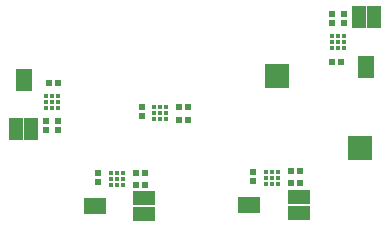
<source format=gts>
G75*
%MOIN*%
%OFA0B0*%
%FSLAX25Y25*%
%IPPOS*%
%LPD*%
%AMOC8*
5,1,8,0,0,1.08239X$1,22.5*
%
%ADD10C,0.01584*%
%ADD11R,0.05718X0.07687*%
%ADD12R,0.04537X0.07687*%
%ADD13R,0.02300X0.02300*%
%ADD14R,0.07687X0.05718*%
%ADD15R,0.07687X0.04537*%
%ADD16R,0.08474X0.08474*%
D10*
X0070291Y0099031D03*
X0072260Y0099031D03*
X0074228Y0099031D03*
X0074228Y0101000D03*
X0072260Y0101000D03*
X0072260Y0102969D03*
X0074228Y0102969D03*
X0070291Y0102969D03*
X0070291Y0101000D03*
X0084465Y0121079D03*
X0086433Y0121079D03*
X0086433Y0123047D03*
X0084465Y0123047D03*
X0084465Y0125016D03*
X0086433Y0125016D03*
X0088402Y0125016D03*
X0088402Y0123047D03*
X0088402Y0121079D03*
X0121866Y0103362D03*
X0121866Y0101394D03*
X0123835Y0101394D03*
X0125803Y0101394D03*
X0125803Y0103362D03*
X0123835Y0103362D03*
X0123835Y0099425D03*
X0125803Y0099425D03*
X0121866Y0099425D03*
X0143913Y0144701D03*
X0143913Y0146669D03*
X0143913Y0148638D03*
X0145882Y0148638D03*
X0147850Y0148638D03*
X0147850Y0146669D03*
X0145882Y0146669D03*
X0145882Y0144701D03*
X0147850Y0144701D03*
X0052575Y0128559D03*
X0052575Y0126591D03*
X0050606Y0126591D03*
X0050606Y0128559D03*
X0048638Y0128559D03*
X0048638Y0126591D03*
X0048638Y0124622D03*
X0050606Y0124622D03*
X0052575Y0124622D03*
D11*
X0041157Y0134071D03*
X0155331Y0138402D03*
D12*
X0157890Y0154937D03*
X0152772Y0154937D03*
X0043717Y0117535D03*
X0038598Y0117535D03*
D13*
X0048638Y0117167D03*
X0048638Y0120267D03*
X0052575Y0120267D03*
X0052575Y0117167D03*
X0052550Y0132890D03*
X0049450Y0132890D03*
X0080528Y0124991D03*
X0080528Y0121891D03*
X0092757Y0120685D03*
X0095857Y0120685D03*
X0095857Y0125016D03*
X0092757Y0125016D03*
X0081684Y0102969D03*
X0078584Y0102969D03*
X0078584Y0099031D03*
X0081684Y0099031D03*
X0065961Y0099844D03*
X0065961Y0102944D03*
X0117535Y0103337D03*
X0117535Y0100237D03*
X0130159Y0099819D03*
X0133259Y0099819D03*
X0133259Y0103756D03*
X0130159Y0103756D03*
X0143938Y0139976D03*
X0147038Y0139976D03*
X0147850Y0152993D03*
X0147850Y0156093D03*
X0143913Y0156093D03*
X0143913Y0152993D03*
D14*
X0116354Y0092339D03*
X0064780Y0091945D03*
D15*
X0081315Y0089386D03*
X0081315Y0094504D03*
X0132890Y0094898D03*
X0132890Y0089780D03*
D16*
X0153362Y0111236D03*
X0125409Y0135252D03*
M02*

</source>
